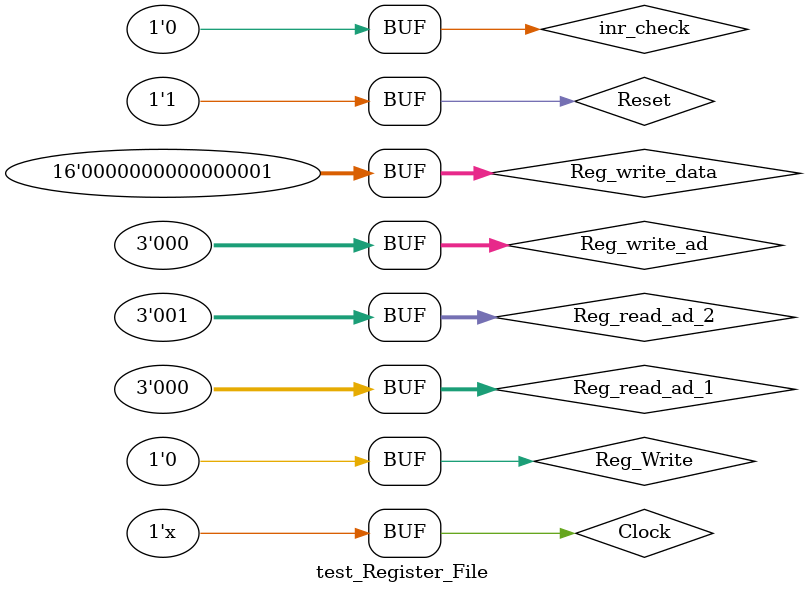
<source format=v>
`timescale 1ns / 1ps

module test_Register_File;

parameter N=16;
parameter M=3;

reg Reg_Write;
reg [M-1:0] Reg_read_ad_1;
reg [M-1:0] Reg_read_ad_2;
reg [M-1:0] Reg_write_ad;
reg [N-1:0] Reg_write_data;
reg Clock;
reg Reset;
reg inr_check;
wire [N-1:0] Reg_read_data_1;
wire [N-1:0] Reg_read_data_2;

Register_File rf1 (
         .Reg_Write(Reg_Write),
         .Reg_read_ad_1(Reg_read_ad_1),
         .Reg_read_ad_2(Reg_read_ad_2),
         .Reg_write_ad(Reg_write_ad),
         .Clock(Clock),
         .Reg_write_data(Reg_write_data),
         .Reg_read_data_1(Reg_read_data_1),
         .Reg_read_data_2(Reg_read_data_2),
         .Reset(Reset),
         .inr_check(inr_check)
);

always

begin 
    #5 Clock=~Clock;
end 
 
initial 
// All registered are set initially 0    
    begin
    #0 inr_check=0; 
    #0 Reset=0;
    #0 Clock=0;
    #0 Reg_read_ad_1=0;
    #0 Reg_read_ad_2=1;
    #0 Reg_Write=1;
    #0 Reg_write_ad = 0;
    #0 Reg_write_data=20;
    #9 Reg_write_ad = 1;
    #0 Reg_write_data=10;
    #9 Reg_write_ad = 5;
    #0 Reg_write_data = 30;
    #10 Reg_Write=0;
    #0 Reg_read_ad_1=0;
    #0 Reg_read_ad_2=1;
    #5 Reg_read_ad_1=5;
    #5 Reg_write_ad=0;
    #5 Reg_write_data=1;
    #5 Reg_read_ad_1=0;
    #5 Reset=1;
    end
    
endmodule

</source>
